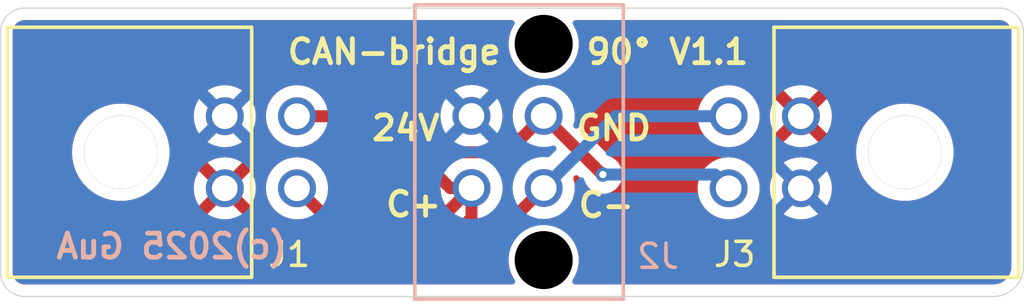
<source format=kicad_pcb>
(kicad_pcb (version 20240108) (generator "pcbnew") (generator_version "8.0")
  (title_block (title "CAN-bus bridge 90°") (date "2025-04-20") (rev "1.1") (company "A. Guthard"))
  (layers (0 "F.Cu" signal) (31 "B.Cu" signal) (34 "B.Paste" user) (35 "F.Paste" user) (36 "B.SilkS" user "B.Silkscreen") (37 "F.SilkS" user "F.Silkscreen") (38 "B.Mask" user) (39 "F.Mask" user) (44 "Edge.Cuts" user))
  (net 0 "")
  (net 1 "/VIN")
  (net 2 "/CAN-")
  (net 3 "/GND")
  (net 4 "/CAN+")
  (footprint "Connector_Molex:CONN_SD-43045-001_04_MOL" (layer "F.Cu") (at 120.814301 97.5 -90)
    (property "Reference" "J1" (at 2.75 -2.68 0) (layer "F.SilkS"))
    (property "Value" "Conn_02x02_Counter_Clockwise" (hide yes))
    (fp_line (start -6.701998 9.043) (end 3.701999 9.043) (stroke (width 0.1524)) (layer "F.SilkS"))
    (fp_line (start 3.701999 9.043) (end 3.701999 -1.117) (stroke (width 0.1524)) (layer "F.SilkS"))
    (fp_line (start -6.701998 -1.117) (end -6.701998 9.043) (stroke (width 0.1524)) (layer "F.SilkS"))
    (fp_line (start 3.701999 -1.117) (end -6.701998 -1.117) (stroke (width 0.1524)) (layer "F.SilkS"))
    (pad "1" thru_hole circle (at 0 0 270) (size 1.5748 1.5748) (drill 1.0668) (layers "*.Cu" "*.Mask") (net 1 "/VIN"))
    (pad "2" thru_hole circle (at -2.999999 0 270) (size 1.5748 1.5748) (drill 1.0668) (layers "*.Cu" "*.Mask") (net 3 "/GND"))
    (pad "3" thru_hole circle (at 0 -2.999999 270) (size 1.5748 1.5748) (drill 1.0668) (layers "*.Cu" "*.Mask") (net 4 "/CAN+"))
    (pad "4" thru_hole circle (at -2.999999 -2.999999 270) (size 1.5748 1.5748) (drill 1.0668) (layers "*.Cu" "*.Mask") (net 2 "/CAN-"))
    (pad "5" thru_hole circle (at -1.5 4.320002 270) (size 3.048 3.048) (drill 3.048) (layers "*.Cu" "*.Mask"))
  )
  (footprint "Connector_Molex:CONN_SD-43045-001_04_MOL" (layer "F.Cu") (at 144.75 94.500001 90)
    (property "Reference" "J3" (at -5.75 -2.75 0) (layer "F.SilkS"))
    (property "Value" "Conn_02x02_Counter_Clockwise" (hide yes))
    (fp_line (start 3.701999 -1.117) (end -6.701998 -1.117) (stroke (width 0.1524)) (layer "F.SilkS"))
    (fp_line (start -6.701998 -1.117) (end -6.701998 9.043) (stroke (width 0.1524)) (layer "F.SilkS"))
    (fp_line (start 3.701999 9.043) (end 3.701999 -1.117) (stroke (width 0.1524)) (layer "F.SilkS"))
    (fp_line (start -6.701998 9.043) (end 3.701999 9.043) (stroke (width 0.1524)) (layer "F.SilkS"))
    (pad "1" thru_hole circle (at 0 0 90) (size 1.5748 1.5748) (drill 1.0668) (layers "*.Cu" "*.Mask") (net 1 "/VIN"))
    (pad "2" thru_hole circle (at -2.999999 0 90) (size 1.5748 1.5748) (drill 1.0668) (layers "*.Cu" "*.Mask") (net 3 "/GND"))
    (pad "3" thru_hole circle (at 0 -2.999999 90) (size 1.5748 1.5748) (drill 1.0668) (layers "*.Cu" "*.Mask") (net 4 "/CAN+"))
    (pad "4" thru_hole circle (at -2.999999 -2.999999 90) (size 1.5748 1.5748) (drill 1.0668) (layers "*.Cu" "*.Mask") (net 2 "/CAN-"))
    (pad "5" thru_hole circle (at -1.5 4.320002 90) (size 3.048 3.048) (drill 3.048) (layers "*.Cu" "*.Mask"))
  )
  (footprint "Connector_Molex:CONN_SD-44769-001_04_MOL" (layer "B.Cu") (at 131.064 97.487999 90)
    (property "Reference" "J2" (at -2.842001 7.747 0) (layer "B.SilkS") (effects (justify mirror)))
    (property "Value" "Conn_02x02_Counter_Clockwise" (hide yes))
    (fp_line (start 7.6214 -2.3544) (end -4.6214 -2.3544) (stroke (width 0.1524)) (layer "B.SilkS"))
    (fp_line (start -4.6214 -2.3544) (end -4.6214 6.307) (stroke (width 0.1524)) (layer "B.SilkS"))
    (fp_line (start 7.6214 6.307) (end 7.6214 -2.3544) (stroke (width 0.1524)) (layer "B.SilkS"))
    (fp_line (start -4.6214 6.307) (end 7.6214 6.307) (stroke (width 0.1524)) (layer "B.SilkS"))
    (pad "" np_thru_hole circle (at -2.999999 2.999999 90) (size 2.413 2.413) (drill 2.413) (layers))
    (pad "" np_thru_hole circle (at 5.999998 2.999999 90) (size 2.413 2.413) (drill 2.413) (layers))
    (pad "1" thru_hole circle (at 0 0 90) (size 1.5748 1.5748) (drill 1.0668) (layers "*.Cu" "*.Mask") (net 1 "/VIN"))
    (pad "2" thru_hole circle (at 2.999999 0 90) (size 1.5748 1.5748) (drill 1.0668) (layers "*.Cu" "*.Mask") (net 3 "/GND"))
    (pad "3" thru_hole circle (at 0 2.999999 90) (size 1.5748 1.5748) (drill 1.0668) (layers "*.Cu" "*.Mask") (net 4 "/CAN+"))
    (pad "4" thru_hole circle (at 2.999999 2.999999 90) (size 1.5748 1.5748) (drill 1.0668) (layers "*.Cu" "*.Mask") (net 2 "/CAN-"))
  )
  (gr_line (start 111.5 101) (end 111.5 91) (stroke (width 0.05)) (layer "Edge.Cuts"))
  (gr_arc (start 153 90) (mid 153.707107 90.292893) (end 154 91) (stroke (width 0.05)) (layer "Edge.Cuts"))
  (gr_arc (start 111.5 91) (mid 111.792893 90.292893) (end 112.5 90) (stroke (width 0.05)) (layer "Edge.Cuts"))
  (gr_line (start 152.75 102) (end 112.5 102) (stroke (width 0.05)) (layer "Edge.Cuts"))
  (gr_line (start 112.5 90) (end 153 90) (stroke (width 0.05)) (layer "Edge.Cuts"))
  (gr_line (start 154 91) (end 154 100.75) (stroke (width 0.05)) (layer "Edge.Cuts"))
  (gr_arc (start 112.5 102) (mid 111.792893 101.707107) (end 111.5 101) (stroke (width 0.05)) (layer "Edge.Cuts"))
  (gr_arc (start 154 100.75) (mid 153.633883 101.633883) (end 152.75 102) (stroke (width 0.05)) (layer "Edge.Cuts"))
  (gr_text "(c)2025 GuA" (at 123.5 100.5 0) (layer "B.SilkS") (effects (font (size 1 1) (thickness 0.2) (bold yes)) (justify left bottom mirror)))
  (gr_text "GND" (at 135.3222 95.5802 0) (layer "F.SilkS") (effects (font (size 1 1) (thickness 0.2) (bold yes)) (justify left bottom)))
  (gr_text "24V" (at 126.8222 95.5802 0) (layer "F.SilkS") (effects (font (size 1 1) (thickness 0.2) (bold yes)) (justify left bottom)))
  (gr_text "C-" (at 135.4074 98.7806 0) (layer "F.SilkS") (effects (font (size 1 1) (thickness 0.2) (bold yes)) (justify left bottom)))
  (gr_text "C+" (at 127.4064 98.7552 0) (layer "F.SilkS") (effects (font (size 1 1) (thickness 0.2) (bold yes)) (justify left bottom)))
  (gr_text "CAN-bridge" (at 123.317 92.4052 0) (layer "F.SilkS") (effects (font (size 1 1) (thickness 0.2) (bold yes)) (justify left bottom)))
  (gr_text "90° V1.1" (at 135.7376 92.4052 0) (layer "F.SilkS") (effects (font (size 1 1) (thickness 0.2) (bold yes)) (justify left bottom)))
  (segment (start 131.064 98.7298) (end 130.937 98.8568) (width 0.5) (layer "F.Cu") (net 1))
  (segment (start 131.064 97.487999) (end 131.064 98.7298) (width 0.5) (layer "F.Cu") (net 1))
  (segment (start 130.177799 97.487999) (end 129.7178 97.028) (width 0.5) (layer "F.Cu") (net 1))
  (segment (start 131.064 97.487999) (end 130.177799 97.487999) (width 0.5) (layer "F.Cu") (net 1))
  (segment (start 124.319999 94.500001) (end 124.32 94.5) (width 0.2) (layer "F.Cu") (net 2))
  (segment (start 136.525 96.9264) (end 136.502399 96.9264) (width 0.5) (layer "F.Cu") (net 2))
  (segment (start 132.551999 96) (end 134.063999 94.488) (width 0.5) (layer "F.Cu") (net 2))
  (segment (start 129.5 96) (end 132.551999 96) (width 0.5) (layer "F.Cu") (net 2))
  (segment (start 136.502399 96.9264) (end 134.063999 94.488) (width 0.5) (layer "F.Cu") (net 2))
  (segment (start 128 94.5) (end 129.5 96) (width 0.5) (layer "F.Cu") (net 2))
  (segment (start 124.32 94.5) (end 128 94.5) (width 0.5) (layer "F.Cu") (net 2))
  (via (at 136.525 96.9264) (size 0.6) (drill 0.3) (layers "F.Cu" "B.Cu") (net 2))
  (segment (start 141.750001 97.5) (end 141.176401 96.9264) (width 0.5) (layer "B.Cu") (net 2))
  (segment (start 136.5758 96.9264) (end 136.5758 96.9264) (width 0.5) (layer "B.Cu") (net 2))
  (segment (start 141.176401 96.9264) (end 136.5758 96.9264) (width 0.5) (layer "B.Cu") (net 2))
  (segment (start 136.5758 96.9264) (end 136.525 96.9264) (width 0.5) (layer "B.Cu") (net 2))
  (segment (start 136.525 96.9772) (end 136.5504 96.9518) (width 0.5) (layer "B.Cu") (net 2))
  (segment (start 136.525 96.9264) (end 136.525 96.9772) (width 0.5) (layer "B.Cu") (net 2))
  (segment (start 131.653798 99.8982) (end 134.063999 97.487999) (width 0.5) (layer "F.Cu") (net 4))
  (segment (start 123.8143 97.5) (end 126.2125 99.8982) (width 0.5) (layer "F.Cu") (net 4))
  (segment (start 126.2125 99.8982) (end 131.653798 99.8982) (width 0.5) (layer "F.Cu") (net 4))
  (segment (start 141.000001 94.5) (end 137.051998 94.5) (width 0.5) (layer "B.Cu") (net 4))
  (segment (start 137.051998 94.5) (end 134.063999 97.487999) (width 0.5) (layer "B.Cu") (net 4))
  (zone (net 1) (net_name "/VIN") (layer "F.Cu") (connect_pads (clearance 0.5)) (min_thickness 0.25) (fill yes (thermal_gap 0.5) (thermal_bridge_width 0.5))
    (polygon (pts (xy 153.5 90.5) (xy 153.5 101.5) (xy 112 101.5) (xy 112 90.5)))
  )
  (zone (net 3) (net_name "/GND") (layer "B.Cu") (priority 1) (connect_pads (clearance 0.5)) (min_thickness 0.25) (fill yes (thermal_gap 0.5) (thermal_bridge_width 0.5))
    (polygon (pts (xy 153.5 90.5) (xy 153.5 101.5) (xy 112 101.5) (xy 112 90.5)))
  )
)
</source>
